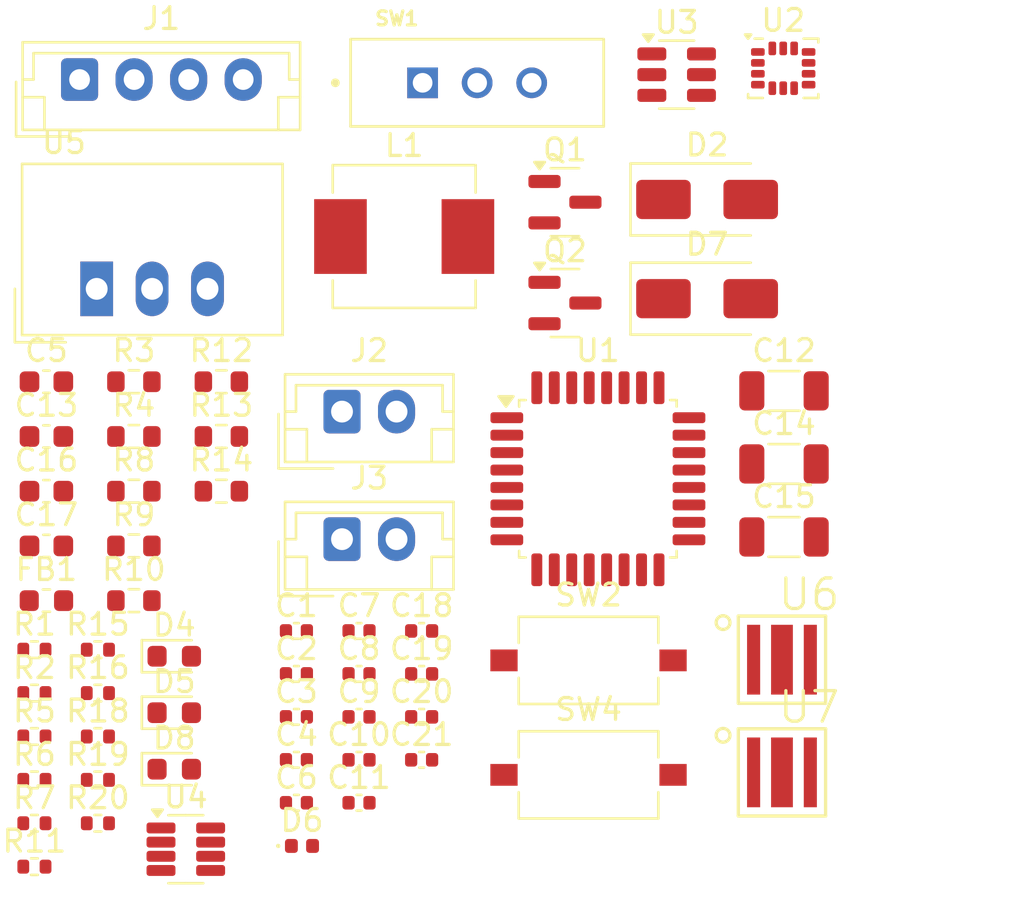
<source format=kicad_pcb>
(kicad_pcb (version 20240108) (generator "pcbnew") (generator_version "8.0")
  (layers (0 "F.Cu" signal) (31 "B.Cu" signal) (34 "B.Paste" user) (35 "F.Paste" user) (36 "B.SilkS" user "B.Silkscreen") (37 "F.SilkS" user "F.Silkscreen") (38 "B.Mask" user) (39 "F.Mask" user) (44 "Edge.Cuts" user))
  (net 0 "")
  (net 1 "GND")
  (net 2 "+3.3V")
  (net 3 "+3.3VA")
  (net 4 "/NRST")
  (net 5 "B+")
  (net 6 "Net-(D7-K)")
  (net 7 "Net-(U3-SW)")
  (net 8 "Net-(U3-BST)")
  (net 9 "+6.5V")
  (net 10 "A2_POWER_BTN_EXTI_2")
  (net 11 "A4_USER_BTN")
  (net 12 "Net-(D2-A)")
  (net 13 "Net-(D4-A)")
  (net 14 "Net-(D5-A)")
  (net 15 "Net-(D6-A)")
  (net 16 "Net-(D6-K)")
  (net 17 "Net-(D7-A)")
  (net 18 "Net-(D8-A)")
  (net 19 "/SYS_SWDIO")
  (net 20 "/SYS_SWCLK")
  (net 21 "Net-(Q1-G)")
  (net 22 "Net-(Q1-S)")
  (net 23 "Net-(Q2-G)")
  (net 24 "Net-(Q2-S)")
  (net 25 "/SW_BOOT0")
  (net 26 "/BOOT0")
  (net 27 "Net-(U4-PROG)")
  (net 28 "A7_STATUS_LED2")
  (net 29 "Net-(R9-Pad2)")
  (net 30 "A0")
  (net 31 "A1")
  (net 32 "Net-(R14-Pad2)")
  (net 33 "A3_STATUS_LED")
  (net 34 "A11_I2C1_CS")
  (net 35 "A9_I2C1_SCL")
  (net 36 "A10_I2C1_SDA")
  (net 40 "A6_LSM6DS3TR_INT2")
  (net 45 "A5_LSM6DS3TR_INT1")
  (footprint "Capacitor_SMD:C_0603_1608Metric" (layer "F.Cu") (at 131.982575 96.08395)
    (property "Reference" "C5" (at 0 -1.43 0) (layer "F.SilkS"))
    (property "Value" "10u")
    (pad "1" smd roundrect (at -0.775 0) (size 0.9 0.95) (layers "F.Cu" "F.Paste" "F.Mask") (net 2 "+3.3V"))
    (pad "2" smd roundrect (at 0.775 0) (size 0.9 0.95) (layers "F.Cu" "F.Paste" "F.Mask") (net 1 "GND"))
  )
  (footprint "Resistor_SMD:R_0603_1608Metric" (layer "F.Cu") (at 135.992575 101.10395)
    (property "Reference" "R8" (at 0 -1.43 0) (layer "F.SilkS"))
    (property "Value" "10k")
    (pad "1" smd roundrect (at -0.825 0) (size 0.8 0.95) (layers "F.Cu" "F.Paste" "F.Mask") (net 21 "Net-(Q1-G)"))
    (pad "2" smd roundrect (at 0.825 0) (size 0.8 0.95) (layers "F.Cu" "F.Paste" "F.Mask") (net 1 "GND"))
  )
  (footprint "Capacitor_SMD:C_1206_3216Metric" (layer "F.Cu") (at 165.792575 96.50395)
    (property "Reference" "C12" (at 0 -1.85 0) (layer "F.SilkS"))
    (property "Value" "22u")
    (pad "1" smd roundrect (at -1.475 0) (size 1.15 1.8) (layers "F.Cu" "F.Paste" "F.Mask") (roundrect_rratio 0.217391) (net 5 "B+"))
    (pad "2" smd roundrect (at 1.475 0) (size 1.15 1.8) (layers "F.Cu" "F.Paste" "F.Mask") (roundrect_rratio 0.217391) (net 1 "GND"))
  )
  (footprint "Capacitor_SMD:C_0402_1005Metric" (layer "F.Cu") (at 149.182575 111.45395)
    (property "Reference" "C20" (at 0 -1.16 0) (layer "F.SilkS"))
    (property "Value" "100n")
    (pad "1" smd roundrect (at -0.48 0) (size 0.56 0.62) (layers "F.Cu" "F.Paste" "F.Mask") (net 1 "GND"))
    (pad "2" smd roundrect (at 0.48 0) (size 0.56 0.62) (layers "F.Cu" "F.Paste" "F.Mask") (net 2 "+3.3V"))
  )
  (footprint "Package_TO_SOT_SMD:SOT-23-8" (layer "F.Cu") (at 138.372575 117.52395)
    (property "Reference" "U4" (at 0 -2.4 0) (layer "F.SilkS"))
    (property "Value" "MCP73831-2-MC")
    (pad "1" smd roundrect (at -1.1375 -0.975) (size 1.325 0.5) (layers "F.Cu" "F.Paste" "F.Mask") (net 6 "Net-(D7-K)"))
    (pad "2" smd roundrect (at -1.1375 -0.325) (size 1.325 0.5) (layers "F.Cu" "F.Paste" "F.Mask") (net 6 "Net-(D7-K)"))
    (pad "3" smd roundrect (at -1.1375 0.325) (size 1.325 0.5) (layers "F.Cu" "F.Paste" "F.Mask") (net 5 "B+"))
    (pad "4" smd roundrect (at -1.1375 0.975) (size 1.325 0.5) (layers "F.Cu" "F.Paste" "F.Mask") (net 5 "B+"))
    (pad "5" smd roundrect (at 1.1375 0.975) (size 1.325 0.5) (layers "F.Cu" "F.Paste" "F.Mask") (net 15 "Net-(D6-A)"))
    (pad "6" smd roundrect (at 1.1375 0.325) (size 1.325 0.5) (layers "F.Cu" "F.Paste" "F.Mask") (net 1 "GND"))
    (pad "7" smd roundrect (at 1.1375 -0.325) (size 1.325 0.5) (layers "F.Cu" "F.Paste" "F.Mask"))
    (pad "8" smd roundrect (at 1.1375 -0.975) (size 1.325 0.5) (layers "F.Cu" "F.Paste" "F.Mask") (net 27 "Net-(U4-PROG)"))
  )
  (footprint "Resistor_SMD:R_0603_1608Metric" (layer "F.Cu") (at 135.992575 98.59395)
    (property "Reference" "R4" (at 0 -1.43 0) (layer "F.SilkS"))
    (property "Value" "100k")
    (pad "1" smd roundrect (at -0.825 0) (size 0.8 0.95) (layers "F.Cu" "F.Paste" "F.Mask") (net 5 "B+"))
    (pad "2" smd roundrect (at 0.825 0) (size 0.8 0.95) (layers "F.Cu" "F.Paste" "F.Mask") (net 1 "GND"))
  )
  (footprint "Capacitor_SMD:C_0402_1005Metric" (layer "F.Cu") (at 143.442575 115.39395)
    (property "Reference" "C6" (at 0 -1.16 0) (layer "F.SilkS"))
    (property "Value" "1u")
    (pad "1" smd roundrect (at -0.48 0) (size 0.56 0.62) (layers "F.Cu" "F.Paste" "F.Mask") (net 3 "+3.3VA"))
    (pad "2" smd roundrect (at 0.48 0) (size 0.56 0.62) (layers "F.Cu" "F.Paste" "F.Mask") (net 1 "GND"))
  )
  (footprint "Package_QFP:LQFP-32_7x7mm_P0.8mm" (layer "F.Cu") (at 157.262575 100.53395)
    (property "Reference" "U1" (at 0 -5.88 0) (layer "F.SilkS"))
    (property "Value" "STM32L031K6Tx")
    (pad "1" smd roundrect (at -4.175 -2.8) (size 1.5 0.5) (layers "F.Cu" "F.Paste" "F.Mask") (net 2 "+3.3V"))
    (pad "2" smd roundrect (at -4.175 -2) (size 1.5 0.5) (layers "F.Cu" "F.Paste" "F.Mask"))
    (pad "3" smd roundrect (at -4.175 -1.2) (size 1.5 0.5) (layers "F.Cu" "F.Paste" "F.Mask"))
    (pad "4" smd roundrect (at -4.175 -0.4) (size 1.5 0.5) (layers "F.Cu" "F.Paste" "F.Mask") (net 4 "/NRST"))
    (pad "5" smd roundrect (at -4.175 0.4) (size 1.5 0.5) (layers "F.Cu" "F.Paste" "F.Mask") (net 3 "+3.3VA"))
    (pad "6" smd roundrect (at -4.175 1.2) (size 1.5 0.5) (layers "F.Cu" "F.Paste" "F.Mask") (net 30 "A0"))
    (pad "7" smd roundrect (at -4.175 2) (size 1.5 0.5) (layers "F.Cu" "F.Paste" "F.Mask") (net 31 "A1"))
    (pad "8" smd roundrect (at -4.175 2.8) (size 1.5 0.5) (layers "F.Cu" "F.Paste" "F.Mask") (net 10 "A2_POWER_BTN_EXTI_2"))
    (pad "9" smd roundrect (at -2.8 4.175) (size 0.5 1.5) (layers "F.Cu" "F.Paste" "F.Mask") (net 33 "A3_STATUS_LED"))
    (pad "10" smd roundrect (at -2 4.175) (size 0.5 1.5) (layers "F.Cu" "F.Paste" "F.Mask") (net 11 "A4_USER_BTN"))
    (pad "11" smd roundrect (at -1.2 4.175) (size 0.5 1.5) (layers "F.Cu" "F.Paste" "F.Mask") (net 45 "A5_LSM6DS3TR_INT1"))
    (pad "12" smd roundrect (at -0.4 4.175) (size 0.5 1.5) (layers "F.Cu" "F.Paste" "F.Mask") (net 40 "A6_LSM6DS3TR_INT2"))
    (pad "13" smd roundrect (at 0.4 4.175) (size 0.5 1.5) (layers "F.Cu" "F.Paste" "F.Mask") (net 28 "A7_STATUS_LED2"))
    (pad "14" smd roundrect (at 1.2 4.175) (size 0.5 1.5) (layers "F.Cu" "F.Paste" "F.Mask"))
    (pad "15" smd roundrect (at 2 4.175) (size 0.5 1.5) (layers "F.Cu" "F.Paste" "F.Mask"))
    (pad "16" smd roundrect (at 2.8 4.175) (size 0.5 1.5) (layers "F.Cu" "F.Paste" "F.Mask") (net 1 "GND"))
    (pad "17" smd roundrect (at 4.175 2.8) (size 1.5 0.5) (layers "F.Cu" "F.Paste" "F.Mask") (net 2 "+3.3V"))
    (pad "18" smd roundrect (at 4.175 2) (size 1.5 0.5) (layers "F.Cu" "F.Paste" "F.Mask"))
    (pad "19" smd roundrect (at 4.175 1.2) (size 1.5 0.5) (layers "F.Cu" "F.Paste" "F.Mask") (net 35 "A9_I2C1_SCL"))
    (pad "20" smd roundrect (at 4.175 0.4) (size 1.5 0.5) (layers "F.Cu" "F.Paste" "F.Mask") (net 36 "A10_I2C1_SDA"))
    (pad "21" smd roundrect (at 4.175 -0.4) (size 1.5 0.5) (layers "F.Cu" "F.Paste" "F.Mask") (net 34 "A11_I2C1_CS"))
    (pad "22" smd roundrect (at 4.175 -1.2) (size 1.5 0.5) (layers "F.Cu" "F.Paste" "F.Mask"))
    (pad "23" smd roundrect (at 4.175 -2) (size 1.5 0.5) (layers "F.Cu" "F.Paste" "F.Mask"))
    (pad "24" smd roundrect (at 4.175 -2.8) (size 1.5 0.5) (layers "F.Cu" "F.Paste" "F.Mask") (net 20 "/SYS_SWCLK"))
    (pad "25" smd roundrect (at 2.8 -4.175) (size 0.5 1.5) (layers "F.Cu" "F.Paste" "F.Mask") (net 19 "/SYS_SWDIO"))
    (pad "26" smd roundrect (at 2 -4.175) (size 0.5 1.5) (layers "F.Cu" "F.Paste" "F.Mask"))
    (pad "27" smd roundrect (at 1.2 -4.175) (size 0.5 1.5) (layers "F.Cu" "F.Paste" "F.Mask"))
    (pad "28" smd roundrect (at 0.4 -4.175) (size 0.5 1.5) (layers "F.Cu" "F.Paste" "F.Mask"))
    (pad "29" smd roundrect (at -0.4 -4.175) (size 0.5 1.5) (layers "F.Cu" "F.Paste" "F.Mask"))
    (pad "30" smd roundrect (at -1.2 -4.175) (size 0.5 1.5) (layers "F.Cu" "F.Paste" "F.Mask"))
    (pad "31" smd roundrect (at -2 -4.175) (size 0.5 1.5) (layers "F.Cu" "F.Paste" "F.Mask") (net 26 "/BOOT0"))
    (pad "32" smd roundrect (at -2.8 -4.175) (size 0.5 1.5) (layers "F.Cu" "F.Paste" "F.Mask") (net 1 "GND"))
  )
  (footprint "Capacitor_SMD:C_0402_1005Metric" (layer "F.Cu") (at 149.182575 107.51395)
    (property "Reference" "C18" (at 0 -1.16 0) (layer "F.SilkS"))
    (property "Value" "100n")
    (pad "1" smd roundrect (at -0.48 0) (size 0.56 0.62) (layers "F.Cu" "F.Paste" "F.Mask") (net 10 "A2_POWER_BTN_EXTI_2"))
    (pad "2" smd roundrect (at 0.48 0) (size 0.56 0.62) (layers "F.Cu" "F.Paste" "F.Mask") (net 1 "GND"))
  )
  (footprint "Capacitor_SMD:C_0402_1005Metric" (layer "F.Cu") (at 143.442575 107.51395)
    (property "Reference" "C1" (at 0 -1.16 0) (layer "F.SilkS"))
    (property "Value" "100n")
    (pad "1" smd roundrect (at -0.48 0) (size 0.56 0.62) (layers "F.Cu" "F.Paste" "F.Mask") (net 2 "+3.3V"))
    (pad "2" smd roundrect (at 0.48 0) (size 0.56 0.62) (layers "F.Cu" "F.Paste" "F.Mask") (net 1 "GND"))
  )
  (footprint "Button_Switch_SMD:SW_Tactile_SPST_NO_Straight_CK_PTS636Sx25SMTRLFS" (layer "F.Cu") (at 156.832575 108.86395)
    (property "Reference" "SW2" (at 0 -3 0) (layer "F.SilkS"))
    (property "Value" "SW_Push")
    (pad "1" smd rect (at -3.875 0) (size 1.25 1) (layers "F.Cu" "F.Paste" "F.Mask") (net 10 "A2_POWER_BTN_EXTI_2"))
    (pad "2" smd rect (at 3.875 0) (size 1.25 1) (layers "F.Cu" "F.Paste" "F.Mask") (net 1 "GND"))
  )
  (footprint "Resistor_SMD:R_0402_1005Metric" (layer "F.Cu") (at 131.432575 116.33395)
    (property "Reference" "R7" (at 0 -1.17 0) (layer "F.SilkS"))
    (property "Value" "10k")
    (pad "1" smd roundrect (at -0.51 0) (size 0.54 0.64) (layers "F.Cu" "F.Paste" "F.Mask") (net 2 "+3.3V"))
    (pad "2" smd roundrect (at 0.51 0) (size 0.54 0.64) (layers "F.Cu" "F.Paste" "F.Mask") (net 10 "A2_POWER_BTN_EXTI_2"))
  )
  (footprint "Capacitor_SMD:C_0402_1005Metric" (layer "F.Cu") (at 146.312575 107.51395)
    (property "Reference" "C7" (at 0 -1.16 0) (layer "F.SilkS"))
    (property "Value" "10n")
    (pad "1" smd roundrect (at -0.48 0) (size 0.56 0.62) (layers "F.Cu" "F.Paste" "F.Mask") (net 3 "+3.3VA"))
    (pad "2" smd roundrect (at 0.48 0) (size 0.56 0.62) (layers "F.Cu" "F.Paste" "F.Mask") (net 1 "GND"))
  )
  (footprint "LED_SMD:LED_0603_1608Metric" (layer "F.Cu") (at 137.842575 113.85395)
    (property "Reference" "D8" (at 0 -1.43 0) (layer "F.SilkS"))
    (property "Value" "LED")
    (pad "1" smd roundrect (at -0.7875 0) (size 0.875 0.95) (layers "F.Cu" "F.Paste" "F.Mask") (net 1 "GND"))
    (pad "2" smd roundrect (at 0.7875 0) (size 0.875 0.95) (layers "F.Cu" "F.Paste" "F.Mask") (net 18 "Net-(D8-A)"))
  )
  (footprint "Diode_SMD:D_SMA" (layer "F.Cu") (at 162.267575 92.27395)
    (property "Reference" "D7" (at 0 -2.5 0) (layer "F.SilkS"))
    (property "Value" "SS14")
    (pad "1" smd roundrect (at -2 0) (size 2.5 1.8) (layers "F.Cu" "F.Paste" "F.Mask") (roundrect_rratio 0.1388888889) (net 6 "Net-(D7-K)"))
    (pad "2" smd roundrect (at 2 0) (size 2.5 1.8) (layers "F.Cu" "F.Paste" "F.Mask") (roundrect_rratio 0.1388888889) (net 17 "Net-(D7-A)"))
  )
  (footprint "Capacitor_SMD:C_0402_1005Metric" (layer "F.Cu") (at 146.312575 115.39395)
    (property "Reference" "C11" (at 0 -1.16 0) (layer "F.SilkS"))
    (property "Value" "4.7u")
    (pad "1" smd roundrect (at -0.48 0) (size 0.56 0.62) (layers "F.Cu" "F.Paste" "F.Mask") (net 6 "Net-(D7-K)"))
    (pad "2" smd roundrect (at 0.48 0) (size 0.56 0.62) (layers "F.Cu" "F.Paste" "F.Mask") (net 1 "GND"))
  )
  (footprint "Connector_JST:JST_EH_B4B-EH-A_1x04_P2.50mm_Vertical" (layer "F.Cu") (at 133.502575 82.22395)
    (property "Reference" "J1" (at 3.75 -2.8 0) (layer "F.SilkS"))
    (property "Value" "Conn_01x04_Pin")
    (pad "1" thru_hole roundrect (at 0 0) (size 1.7 1.95) (drill 0.95) (layers "*.Cu" "*.Mask") (roundrect_rratio 0.147059) (net 2 "+3.3V"))
    (pad "2" thru_hole oval (at 2.5 0) (size 1.7 1.95) (drill 0.95) (layers "*.Cu" "*.Mask") (net 19 "/SYS_SWDIO"))
    (pad "3" thru_hole oval (at 5 0) (size 1.7 1.95) (drill 0.95) (layers "*.Cu" "*.Mask") (net 20 "/SYS_SWCLK"))
    (pad "4" thru_hole oval (at 7.5 0) (size 1.7 1.95) (drill 0.95) (layers "*.Cu" "*.Mask") (net 1 "GND"))
  )
  (footprint "Package_TO_SOT_SMD:SOT-23" (layer "F.Cu") (at 155.752575 92.47395)
    (property "Reference" "Q2" (at 0 -2.4 0) (layer "F.SilkS"))
    (property "Value" "IRLML0030")
    (pad "1" smd roundrect (at -0.9375 -0.95) (size 1.475 0.6) (layers "F.Cu" "F.Paste" "F.Mask") (net 23 "Net-(Q2-G)"))
    (pad "2" smd roundrect (at -0.9375 0.95) (size 1.475 0.6) (layers "F.Cu" "F.Paste" "F.Mask") (net 24 "Net-(Q2-S)"))
    (pad "3" smd roundrect (at 0.9375 0) (size 1.475 0.6) (layers "F.Cu" "F.Paste" "F.Mask") (net 1 "GND"))
  )
  (footprint "Resistor_SMD:R_0603_1608Metric" (layer "F.Cu") (at 135.992575 103.61395)
    (property "Reference" "R9" (at 0 -1.43 0) (layer "F.SilkS"))
    (property "Value" "0.5R")
    (pad "1" smd roundrect (at -0.825 0) (size 0.8 0.95) (layers "F.Cu" "F.Paste" "F.Mask") (net 9 "+6.5V"))
    (pad "2" smd roundrect (at 0.825 0) (size 0.8 0.95) (layers "F.Cu" "F.Paste" "F.Mask") (net 29 "Net-(R9-Pad2)"))
  )
  (footprint "Capacitor_SMD:C_0603_1608Metric" (layer "F.Cu") (at 131.982575 101.10395)
    (property "Reference" "C16" (at 0 -1.43 0) (layer "F.SilkS"))
    (property "Value" "10u")
    (pad "1" smd roundrect (at -0.775 0) (size 0.9 0.95) (layers "F.Cu" "F.Paste" "F.Mask") (net 5 "B+"))
    (pad "2" smd roundrect (at 0.775 0) (size 0.9 0.95) (layers "F.Cu" "F.Paste" "F.Mask") (net 1 "GND"))
  )
  (footprint "Package_LGA:LGA-14_3x2.5mm_P0.5mm_LayoutBorder3x4y" (layer "F.Cu") (at 165.757575 81.70895)
    (property "Reference" "U2" (at 0 -2.2 0) (layer "F.SilkS"))
    (property "Value" "LSM6DS3")
    (pad "1" smd roundrect (at -1.1625 -0.75) (size 0.625 0.35) (layers "F.Cu" "F.Paste" "F.Mask") (net 1 "GND"))
    (pad "2" smd roundrect (at -1.1625 -0.25) (size 0.625 0.35) (layers "F.Cu" "F.Paste" "F.Mask") (net 1 "GND"))
    (pad "3" smd roundrect (at -1.1625 0.25) (size 0.625 0.35) (layers "F.Cu" "F.Paste" "F.Mask") (net 1 "GND"))
    (pad "4" smd roundrect (at -1.1625 0.75) (size 0.625 0.35) (layers "F.Cu" "F.Paste" "F.Mask") (net 45 "A5_LSM6DS3TR_INT1"))
    (pad "5" smd roundrect (at -0.5 0.9125) (size 0.35 0.625) (layers "F.Cu" "F.Paste" "F.Mask") (net 2 "+3.3V"))
    (pad "6" smd roundrect (at 0 0.9125) (size 0.35 0.625) (layers "F.Cu" "F.Paste" "F.Mask") (net 1 "GND"))
    (pad "7" smd roundrect (at 0.5 0.9125) (size 0.35 0.625) (layers "F.Cu" "F.Paste" "F.Mask") (net 1 "GND"))
    (pad "8" smd roundrect (at 1.1625 0.75) (size 0.625 0.35) (layers "F.Cu" "F.Paste" "F.Mask") (net 2 "+3.3V"))
    (pad "9" smd roundrect (at 1.1625 0.25) (size 0.625 0.35) (layers "F.Cu" "F.Paste" "F.Mask") (net 40 "A6_LSM6DS3TR_INT2"))
    (pad "10" smd roundrect (at 1.1625 -0.25) (size 0.625 0.35) (layers "F.Cu" "F.Paste" "F.Mask"))
    (pad "11" smd roundrect (at 1.1625 -0.75) (size 0.625 0.35) (layers "F.Cu" "F.Paste" "F.Mask"))
    (pad "12" smd roundrect (at 0.5 -0.9125) (size 0.35 0.625) (layers "F.Cu" "F.Paste" "F.Mask") (net 34 "A11_I2C1_CS"))
    (pad "13" smd roundrect (at 0 -0.9125) (size 0.35 0.625) (layers "F.Cu" "F.Paste" "F.Mask") (net 35 "A9_I2C1_SCL"))
    (pad "14" smd roundrect (at -0.5 -0.9125) (size 0.35 0.625) (layers "F.Cu" "F.Paste" "F.Mask") (net 36 "A10_I2C1_SDA"))
  )
  (footprint "Package_TO_SOT_SMD:SOT-23" (layer "F.Cu") (at 155.752575 87.84895)
    (property "Reference" "Q1" (at 0 -2.4 0) (layer "F.SilkS"))
    (property "Value" "IRLML0030")
    (pad "1" smd roundrect (at -0.9375 -0.95) (size 1.475 0.6) (layers "F.Cu" "F.Paste" "F.Mask") (net 21 "Net-(Q1-G)"))
    (pad "2" smd roundrect (at -0.9375 0.95) (size 1.475 0.6) (layers "F.Cu" "F.Paste" "F.Mask") (net 22 "Net-(Q1-S)"))
    (pad "3" smd roundrect (at 0.9375 0) (size 1.475 0.6) (layers "F.Cu" "F.Paste" "F.Mask") (net 1 "GND"))
  )
  (footprint "Resistor_SMD:R_0603_1608Metric" (layer "F.Cu") (at 135.992575 96.08395)
    (property "Reference" "R3" (at 0 -1.43 0) (layer "F.SilkS"))
    (property "Value" "100k")
    (pad "1" smd roundrect (at -0.825 0) (size 0.8 0.95) (layers "F.Cu" "F.Paste" "F.Mask") (net 5 "B+"))
    (pad "2" smd roundrect (at 0.825 0) (size 0.8 0.95) (layers "F.Cu" "F.Paste" "F.Mask") (net 5 "B+"))
  )
  (footprint "Button_Switch_SMD:SW_Tactile_SPST_NO_Straight_CK_PTS636Sx25SMTRLFS" (layer "F.Cu") (at 156.832575 114.11395)
    (property "Reference" "SW4" (at 0 -3 0) (layer "F.SilkS"))
    (property "Value" "SW_Push")
    (pad "1" smd rect (at -3.875 0) (size 1.25 1) (layers "F.Cu" "F.Paste" "F.Mask") (net 11 "A4_USER_BTN"))
    (pad "2" smd rect (at 3.875 0) (size 1.25 1) (layers "F.Cu" "F.Paste" "F.Mask") (net 1 "GND"))
  )
  (footprint "Capacitor_SMD:C_0402_1005Metric" (layer "F.Cu") (at 149.182575 109.48395)
    (property "Reference" "C19" (at 0 -1.16 0) (layer "F.SilkS"))
    (property "Value" "100n")
    (pad "1" smd roundrect (at -0.48 0) (size 0.56 0.62) (layers "F.Cu" "F.Paste" "F.Mask") (net 11 "A4_USER_BTN"))
    (pad "2" smd roundrect (at 0.48 0) (size 0.56 0.62) (layers "F.Cu" "F.Paste" "F.Mask") (net 1 "GND"))
  )
  (footprint "Capacitor_SMD:C_0603_1608Metric" (layer "F.Cu") (at 131.982575 98.59395)
    (property "Reference" "C13" (at 0 -1.43 0) (layer "F.SilkS"))
    (property "Value" "0.1u")
    (pad "1" smd roundrect (at -0.775 0) (size 0.9 0.95) (layers "F.Cu" "F.Paste" "F.Mask") (net 8 "Net-(U3-BST)"))
    (pad "2" smd roundrect (at 0.775 0) (size 0.9 0.95) (layers "F.Cu" "F.Paste" "F.Mask") (net 7 "Net-(U3-SW)"))
  )
  (footprint "Capacitor_SMD:C_1206_3216Metric" (layer "F.Cu") (at 165.792575 99.85395)
    (property "Reference" "C14" (at 0 -1.85 0) (layer "F.SilkS"))
    (property "Value" "22u")
    (pad "1" smd roundrect (at -1.475 0) (size 1.15 1.8) (layers "F.Cu" "F.Paste" "F.Mask") (roundrect_rratio 0.217391) (net 2 "+3.3V"))
    (pad "2" smd roundrect (at 1.475 0) (size 1.15 1.8) (layers "F.Cu" "F.Paste" "F.Mask") (roundrect_rratio 0.217391) (net 1 "GND"))
  )
  (footprint "Resistor_SMD:R_0402_1005Metric" (layer "F.Cu") (at 134.342575 110.36395)
    (property "Reference" "R16" (at 0 -1.17 0) (layer "F.SilkS"))
    (property "Value" "1k")
    (pad "1" smd roundrect (at -0.51 0) (size 0.54 0.64) (layers "F.Cu" "F.Paste" "F.Mask") (net 33 "A3_STATUS_LED"))
    (pad "2" smd roundrect (at 0.51 0) (size 0.54 0.64) (layers "F.Cu" "F.Paste" "F.Mask") (net 14 "Net-(D5-A)"))
  )
  (footprint "Capacitor_SMD:C_0402_1005Metric" (layer "F.Cu") (at 146.312575 113.42395)
    (property "Reference" "C10" (at 0 -1.16 0) (layer "F.SilkS"))
    (property "Value" "10µ")
    (pad "1" smd roundrect (at -0.48 0) (size 0.56 0.62) (layers "F.Cu" "F.Paste" "F.Mask") (net 5 "B+"))
    (pad "2" smd roundrect (at 0.48 0) (size 0.56 0.62) (layers "F.Cu" "F.Paste" "F.Mask") (net 1 "GND"))
  )
  (footprint "Capacitor_SMD:C_1206_3216Metric" (layer "F.Cu") (at 165.792575 103.20395)
    (property "Reference" "C15" (at 0 -1.85 0) (layer "F.SilkS"))
    (property "Value" "22u")
    (pad "1" smd roundrect (at -1.475 0) (size 1.15 1.8) (layers "F.Cu" "F.Paste" "F.Mask") (roundrect_rratio 0.217391) (net 2 "+3.3V"))
    (pad "2" smd roundrect (at 1.475 0) (size 1.15 1.8) (layers "F.Cu" "F.Paste" "F.Mask") (roundrect_rratio 0.217391) (net 1 "GND"))
  )
  (footprint "Resistor_SMD:R_0402_1005Metric" (layer "F.Cu") (at 134.342575 112.35395)
    (property "Reference" "R18" (at 0 -1.17 0) (layer "F.SilkS"))
    (property "Value" "4.7k")
    (pad "1" smd roundrect (at -0.51 0) (size 0.54 0.64) (layers "F.Cu" "F.Paste" "F.Mask") (net 34 "A11_I2C1_CS"))
    (pad "2" smd roundrect (at 0.51 0) (size 0.54 0.64) (layers "F.Cu" "F.Paste" "F.Mask") (net 2 "+3.3V"))
  )
  (footprint "Inductor_SMD:L_0603_1608Metric" (layer "F.Cu") (at 131.982575 106.12395)
    (property "Reference" "FB1" (at 0 -1.43 0) (layer "F.SilkS"))
    (property "Value" "120R")
    (pad "1" smd roundrect (at -0.7875 0) (size 0.875 0.95) (layers "F.Cu" "F.Paste" "F.Mask") (net 3 "+3.3VA"))
    (pad "2" smd roundrect (at 0.7875 0) (size 0.875 0.95) (layers "F.Cu" "F.Paste" "F.Mask") (net 2 "+3.3V"))
  )
  (footprint "Resistor_SMD:R_0603_1608Metric" (layer "F.Cu") (at 140.002575 101.10395)
    (property "Reference" "R14" (at 0 -1.43 0) (layer "F.SilkS"))
    (property "Value" "0.5R")
    (pad "1" smd roundrect (at -0.825 0) (size 0.8 0.95) (layers "F.Cu" "F.Paste" "F.Mask") (net 9 "+6.5V"))
    (pad "2" smd roundrect (at 0.825 0) (size 0.8 0.95) (layers "F.Cu" "F.Paste" "F.Mask") (net 32 "Net-(R14-Pad2)"))
  )
  (footprint "Resistor_SMD:R_0402_1005Metric" (layer "F.Cu") (at 131.432575 112.35395)
    (property "Reference" "R5" (at 0 -1.17 0) (layer "F.SilkS"))
    (property "Value" "1k")
    (pad "1" smd roundrect (at -0.51 0) (size 0.54 0.64) (layers "F.Cu" "F.Paste" "F.Mask") (net 16 "Net-(D6-K)"))
    (pad "2" smd roundrect (at 0.51 0) (size 0.54 0.64) (layers "F.Cu" "F.Paste" "F.Mask") (net 1 "GND"))
  )
  (footprint "Inductor_SMD:L_Vishay_IHLP-2525" (layer "F.Cu") (at 148.382575 89.42395)
    (property "Reference" "L1" (at 0 -4.175 0) (layer "F.SilkS"))
    (property "Value" "4.7u")
    (pad "1" smd rect (at -2.921 0) (size 2.413 3.429) (layers "F.Cu" "F.Paste" "F.Mask") (net 7 "Net-(U3-SW)"))
    (pad "2" smd rect (at 2.921 0) (size 2.413 3.429) (layers "F.Cu" "F.Paste" "F.Mask") (net 2 "+3.3V"))
  )
  (footprint "Diode_SMD:D_SMA" (layer "F.Cu") (at 162.267575 87.72395)
    (property "Reference" "D2" (at 0 -2.5 0) (layer "F.SilkS"))
    (property "Value" "SS14")
    (pad "1" smd roundrect (at -2 0) (size 2.5 1.8) (layers "F.Cu" "F.Paste" "F.Mask") (roundrect_rratio 0.1388888889) (net 5 "B+"))
    (pad "2" smd roundrect (at 2 0) (size 2.5 1.8) (layers "F.Cu" "F.Paste" "F.Mask") (roundrect_rratio 0.1388888889) (net 12 "Net-(D2-A)"))
  )
  (footprint "Connector_JST:JST_EH_B2B-EH-A_1x02_P2.50mm_Vertical" (layer "F.Cu") (at 145.532575 103.30395)
    (property "Reference" "J3" (at 1.25 -2.8 0) (layer "F.SilkS"))
    (property "Value" "Conn_01x02_Pin")
    (pad "1" thru_hole roundrect (at 0 0) (size 1.7 2) (drill 1) (layers "*.Cu" "*.Mask") (roundrect_rratio 0.147059) (net 17 "Net-(D7-A)"))
    (pad "2" thru_hole oval (at 2.5 0) (size 1.7 2) (drill 1) (layers "*.Cu" "*.Mask") (net 1 "GND"))
  )
  (footprint "LED_SMD:LED_0603_1608Metric" (layer "F.Cu") (at 137.842575 111.26395)
    (property "Reference" "D5" (at 0 -1.43 0) (layer "F.SilkS"))
    (property "Value" "LED")
    (pad "1" smd roundrect (at -0.7875 0) (size 0.875 0.95) (layers "F.Cu" "F.Paste" "F.Mask") (net 1 "GND"))
    (pad "2" smd roundrect (at 0.7875 0) (size 0.875 0.95) (layers "F.Cu" "F.Paste" "F.Mask") (net 14 "Net-(D5-A)"))
  )
  (footprint "Resistor_SMD:R_0603_1608Metric" (layer "F.Cu") (at 140.002575 98.59395)
    (property "Reference" "R13" (at 0 -1.43 0) (layer "F.SilkS"))
    (property "Value" "10k")
    (pad "1" smd roundrect (at -0.825 0) (size 0.8 0.95) (layers "F.Cu" "F.Paste" "F.Mask") (net 23 "Net-(Q2-G)"))
    (pad "2" smd roundrect (at 0.825 0) (size 0.8 0.95) (layers "F.Cu" "F.Paste" "F.Mask") (net 1 "GND"))
  )
  (footprint "Package_TO_SOT_SMD:TSOT-23-6" (layer "F.Cu") (at 160.872575 81.99895)
    (property "Reference" "U3" (at 0 -2.4 0) (layer "F.SilkS"))
    (property "Value" "AP63203WU")
    (pad "1" smd roundrect (at -1.1375 -0.95) (size 1.325 0.6) (layers "F.Cu" "F.Paste" "F.Mask") (net 2 "+3.3V"))
    (pad "2" smd roundrect (at -1.1375 0) (size 1.325 0.6) (layers "F.Cu" "F.Paste" "F.Mask") (net 5 "B+"))
    (pad "3" smd roundrect (at -1.1375 0.95) (size 1.325 0.6) (layers "F.Cu" "F.Paste" "F.Mask") (net 5 "B+"))
    (pad "4" smd roundrect (at 1.1375 0.95) (size 1.325 0.6) (layers "F.Cu" "F.Paste" "F.Mask") (net 1 "GND"))
    (pad "5" smd roundrect (at 1.1375 0) (size 1.325 0.6) (layers "F.Cu" "F.Paste" "F.Mask") (net 7 "Net-(U3-SW)"))
    (pad "6" smd roundrect (at 1.1375 -0.95) (size 1.325 0.6) (layers "F.Cu" "F.Paste" "F.Mask") (net 8 "Net-(U3-BST)"))
  )
  (footprint "Capacitor_SMD:C_0402_1005Metric" (layer "F.Cu") (at 143.442575 109.48395)
    (property "Reference" "C2" (at 0 -1.16 0) (layer "F.SilkS"))
    (property "Value" "100n")
    (pad "1" smd roundrect (at -0.48 0) (size 0.56 0.62) (layers "F.Cu" "F.Paste" "F.Mask") (net 2 "+3.3V"))
    (pad "2" smd roundrect (at 0.48 0) (size 0.56 0.62) (layers "F.Cu" "F.Paste" "F.Mask") (net 1 "GND"))
  )
  (footprint "SPDT:SW_MINI-SPDT-SW" (layer "F.Cu") (at 151.727575 82.37395)
    (property "Reference" "SW1" (at -3.683 -2.9464 0) (layer "F.SilkS") (effects (font (size 0.64 0.64))))
    (property "Value" "SW_SPDT")
    (pad "1" thru_hole rect (at -2.5 0) (size 1.408 1.408) (drill 0.9) (layers "*.Cu" "*.Mask") (net 2 "+3.3V"))
    (pad "2" thru_hole circle (at 0 0) (size 1.408 1.408) (drill 0.9) (layers "*.Cu" "*.Mask") (net 25 "/SW_BOOT0"))
    (pad "3" thru_hole circle (at 2.5 0) (size 1.408 1.408) (drill 0.9) (layers "*.Cu" "*.Mask") (net 1 "GND"))
  )
  (footprint "Converter_DCDC:Converter_DCDC_TRACO_TSR-1_THT" (layer "F.Cu") (at 134.287575 91.82395)
    (property "Reference" "U5" (at -1.5 -6.71 0) (layer "F.SilkS"))
    (property "Value" "TSR_1-2465")
    (pad "1" thru_hole rect (at 0 0) (size 1.5 2.5) (drill 1) (layers "*.Cu" "*.Mask") (net 5 "B+"))
    (pad "2" thru_hole oval (at 2.54 0) (size 1.5 2.5) (drill 1) (layers "*.Cu" "*.Mask") (net 1 "GND"))
    (pad "3" thru_hole oval (at 5.08 0) (size 1.5 2.5) (drill 1) (layers "*.Cu" "*.Mask") (net 9 "+6.5V"))
  )
  (footprint "Capacitor_SMD:C_0402_1005Metric" (layer "F.Cu") (at 143.442575 113.42395)
    (property "Reference" "C4" (at 0 -1.16 0) (layer "F.SilkS"))
    (property "Value" "100n")
    (pad "1" smd roundrect (at -0.48 0) (size 0.56 0.62) (layers "F.Cu" "F.Paste" "F.Mask") (net 2 "+3.3V"))
    (pad "2" smd roundrect (at 0.48 0) (size 0.56 0.62) (layers "F.Cu" "F.Paste" "F.Mask") (net 1 "GND"))
  )
  (footprint "Capacitor_SMD:C_0603_1608Metric" (layer "F.Cu") (at 131.982575 103.61395)
    (property "Reference" "C17" (at 0 -1.43 0) (layer "F.SilkS"))
    (property "Value" "10u")
    (pad "1" smd roundrect (at -0.775 0) (size 0.9 0.95) (layers "F.Cu" "F.Paste" "F.Mask") (net 9 "+6.5V"))
    (pad "2" smd roundrect (at 0.775 0) (size 0.9 0.95) (layers "F.Cu" "F.Paste" "F.Mask") (net 1 "GND"))
  )
  (footprint "Resistor_SMD:R_0402_1005Metric" (layer "F.Cu") (at 131.432575 118.32395)
    (property "Reference" "R11" (at 0 -1.17 0) (layer "F.SilkS"))
    (property "Value" "10k")
    (pad "1" smd roundrect (at -0.51 0) (size 0.54 0.64) (layers "F.Cu" "F.Paste" "F.Mask") (net 2 "+3.3V"))
    (pad "2" smd roundrect (at 0.51 0) (size 0.54 0.64) (layers "F.Cu" "F.Paste" "F.Mask") (net 11 "A4_USER_BTN"))
  )
  (footprint "LED_SMD:LED_0402_1005Metric" (layer "F.Cu") (at 143.697575 117.37395)
    (property "Reference" "D6" (at 0 -1.17 0) (layer "F.SilkS"))
    (property "Value" "LED")
    (pad "1" smd roundrect (at -0.485 0) (size 0.59 0.64) (layers "F.Cu" "F.Paste" "F.Mask") (net 16 "Net-(D6-K)"))
    (pad "2" smd roundrect (at 0.485 0) (size 0.59 0.64) (layers "F.Cu" "F.Paste" "F.Mask") (net 15 "Net-(D6-A)"))
  )
  (footprint "Resistor_SMD:R_0402_1005Metric" (layer "F.Cu") (at 134.342575 114.34395)
    (property "Reference" "R19" (at 0 -1.17 0) (layer "F.SilkS"))
    (property "Value" "4.7k")
    (pad "1" smd roundrect (at -0.51 0) (size 0.54 0.64) (layers "F.Cu" "F.Paste" "F.Mask") (net 35 "A9_I2C1_SCL"))
    (pad "2" smd roundrect (at 0.51 0) (size 0.54 0.64) (layers "F.Cu" "F.Paste" "F.Mask") (net 2 "+3.3V"))
  )
  (footprint "Resistor_SMD:R_0402_1005Metric" (layer "F.Cu") (at 131.432575 110.36395)
    (property "Reference" "R2" (at 0 -1.17 0) (layer "F.SilkS"))
    (property "Value" "2k")
    (pad "1" smd roundrect (at -0.51 0) (size 0.54 0.64) (layers "F.Cu" "F.Paste" "F.Mask") (net 27 "Net-(U4-PROG)"))
    (pad "2" smd roundrect (at 0.51 0) (size 0.54 0.64) (layers "F.Cu" "F.Paste" "F.Mask") (net 1 "GND"))
  )
  (footprint "Resistor_SMD:R_0402_1005Metric" (layer "F.Cu") (at 134.342575 116.33395)
    (property "Reference" "R20" (at 0 -1.17 0) (layer "F.SilkS"))
    (property "Value" "4.7k")
    (pad "1" smd roundrect (at -0.51 0) (size 0.54 0.64) (layers "F.Cu" "F.Paste" "F.Mask") (net 36 "A10_I2C1_SDA"))
    (pad "2" smd roundrect (at 0.51 0) (size 0.54 0.64) (layers "F.Cu" "F.Paste" "F.Mask") (net 2 "+3.3V"))
  )
  (footprint "Connector_JST:JST_EH_B2B-EH-A_1x02_P2.50mm_Vertical" (layer "F.Cu") (at 145.532575 97.45395)
    (property "Reference" "J2" (at 1.25 -2.8 0) (layer "F.SilkS"))
    (property "Value" "Conn_01x02_Pin")
    (pad "1" thru_hole roundrect (at 0 0) (size 1.7 2) (drill 1) (layers "*.Cu" "*.Mask") (roundrect_rratio 0.147059) (net 12 "Net-(D2-A)"))
    (pad "2" thru_hole oval (at 2.5 0) (size 1.7 2) (drill 1) (layers "*.Cu" "*.Mask") (net 1 "GND"))
  )
  (footprint "UVCLibrary:3535" (layer "F.Cu") (at 165.7 114)
    (property "Reference" "U7" (at 1.245 -2.989 0) (layer "F.SilkS") (effects (font (size 1.4 1.4))))
    (property "Value" "KL265-50W-SM-WD")
    (pad "+" smd rect (at 1.3 0) (size 0.6 3.2) (layers "F.Cu" "F.Paste" "F.Mask") (net 32 "Net-(R14-Pad2)"))
    (pad "-" smd rect (at -1.3 0) (size 0.6 3.2) (layers "F.Cu" "F.Paste" "F.Mask") (net 24 "Net-(Q2-S)"))
    (pad "THERM" smd rect (at 0 0) (size 1 3.2) (layers "F.Cu" "F.Paste" "F.Mask"))
  )
  (footprint "Capacitor_SMD:C_0402_1005Metric" (layer "F.Cu") (at 149.182575 113.42395)
    (property "Reference" "C21" (at 0 -1.16 0) (layer "F.SilkS"))
    (property "Value" "100n")
    (pad "1" smd roundrect (at -0.48 0) (size 0.56 0.62) (layers "F.Cu" "F.Paste" "F.Mask") (net 2 "+3.3V"))
    (pad "2" smd roundrect (at 0.48 0) (size 0.56 0.62) (layers "F.Cu" "F.Paste" "F.Mask") (net 1 "GND"))
  )
  (footprint "Resistor_SMD:R_0402_1005Metric" (layer "F.Cu") (at 131.432575 108.37395)
    (property "Reference" "R1" (at 0 -1.17 0) (layer "F.SilkS"))
    (property "Value" "10k")
    (pad "1" smd roundrect (at -0.51 0) (size 0.54 0.64) (layers "F.Cu" "F.Paste" "F.Mask") (net 25 "/SW_BOOT0"))
    (pad "2" smd roundrect (at 0.51 0) (size 0.54 0.64) (layers "F.Cu" "F.Paste" "F.Mask") (net 26 "/BOOT0"))
  )
  (footprint "Capacitor_SMD:C_0402_1005Metric" (layer "F.Cu") (at 143.442575 111.45395)
    (property "Reference" "C3" (at 0 -1.16 0) (layer "F.SilkS"))
    (property "Value" "100n")
    (pad "1" smd roundrect (at -0.48 0) (size 0.56 0.62) (layers "F.Cu" "F.Paste" "F.Mask") (net 2 "+3.3V"))
    (pad "2" smd roundrect (at 0.48 0) (size 0.56 0.62) (layers "F.Cu" "F.Paste" "F.Mask") (net 1 "GND"))
  )
  (footprint "Capacitor_SMD:C_0402_1005Metric" (layer "F.Cu") (at 146.312575 111.45395)
    (property "Reference" "C9" (at 0 -1.16 0) (layer "F.SilkS"))
    (property "Value" "100n")
    (pad "1" smd roundrect (at -0.48 0) (size 0.56 0.62) (layers "F.Cu" "F.Paste" "F.Mask") (net 4 "/NRST"))
    (pad "2" smd roundrect (at 0.48 0) (size 0.56 0.62) (layers "F.Cu" "F.Paste" "F.Mask") (net 1 "GND"))
  )
  (footprint "UVCLibrary:3535" (layer "F.Cu") (at 165.7 108.831375)
    (property "Reference" "U6" (at 1.245 -2.989 0) (layer "F.SilkS") (effects (font (size 1.4 1.4))))
    (property "Value" "KL265-50W-SM-WD")
    (pad "+" smd rect (at 1.3 0) (size 0.6 3.2) (layers "F.Cu" "F.Paste" "F.Mask") (net 29 "Net-(R9-Pad2)"))
    (pad "-" smd rect (at -1.3 0) (size 0.6 3.2) (layers "F.Cu" "F.Paste" "F.Mask") (net 22 "Net-(Q1-S)"))
    (pad "THERM" smd rect (at 0 0) (size 1 3.2) (layers "F.Cu" "F.Paste" "F.Mask"))
  )
  (footprint "Capacitor_SMD:C_0402_1005Metric" (layer "F.Cu") (at 146.312575 109.48395)
    (property "Reference" "C8" (at 0 -1.16 0) (layer "F.SilkS"))
    (property "Value" "1u")
    (pad "1" smd roundrect (at -0.48 0) (size 0.56 0.62) (layers "F.Cu" "F.Paste" "F.Mask") (net 2 "+3.3V"))
    (pad "2" smd roundrect (at 0.48 0) (size 0.56 0.62) (layers "F.Cu" "F.Paste" "F.Mask") (net 1 "GND"))
  )
  (footprint "Resistor_SMD:R_0603_1608Metric" (layer "F.Cu") (at 135.992575 106.12395)
    (property "Reference" "R10" (at 0 -1.43 0) (layer "F.SilkS"))
    (property "Value" "100R")
    (pad "1" smd roundrect (at -0.825 0) (size 0.8 0.95) (layers "F.Cu" "F.Paste" "F.Mask") (net 30 "A0"))
    (pad "2" smd roundrect (at 0.825 0) (size 0.8 0.95) (layers "F.Cu" "F.Paste" "F.Mask") (net 21 "Net-(Q1-G)"))
  )
  (footprint "Resistor_SMD:R_0402_1005Metric" (layer "F.Cu") (at 131.432575 114.34395)
    (property "Reference" "R6" (at 0 -1.17 0) (layer "F.SilkS"))
    (property "Value" "1k")
    (pad "1" smd roundrect (at -0.51 0) (size 0.54 0.64) (layers "F.Cu" "F.Paste" "F.Mask") (net 28 "A7_STATUS_LED2"))
    (pad "2" smd roundrect (at 0.51 0) (size 0.54 0.64) (layers "F.Cu" "F.Paste" "F.Mask") (net 18 "Net-(D8-A)"))
  )
  (footprint "LED_SMD:LED_0603_1608Metric" (layer "F.Cu") (at 137.842575 108.67395)
    (property "Reference" "D4" (at 0 -1.43 0) (layer "F.SilkS"))
    (property "Value" "LED")
    (pad "1" smd roundrect (at -0.7875 0) (size 0.875 0.95) (layers "F.Cu" "F.Paste" "F.Mask") (net 1 "GND"))
    (pad "2" smd roundrect (at 0.7875 0) (size 0.875 0.95) (layers "F.Cu" "F.Paste" "F.Mask") (net 13 "Net-(D4-A)"))
  )
  (footprint "Resistor_SMD:R_0603_1608Metric" (layer "F.Cu") (at 140.002575 96.08395)
    (property "Reference" "R12" (at 0 -1.43 0) (layer "F.SilkS"))
    (property "Value" "100R")
    (pad "1" smd roundrect (at -0.825 0) (size 0.8 0.95) (layers "F.Cu" "F.Paste" "F.Mask") (net 31 "A1"))
    (pad "2" smd roundrect (at 0.825 0) (size 0.8 0.95) (layers "F.Cu" "F.Paste" "F.Mask") (net 23 "Net-(Q2-G)"))
  )
  (footprint "Resistor_SMD:R_0402_1005Metric" (layer "F.Cu") (at 134.342575 108.37395)
    (property "Reference" "R15" (at 0 -1.17 0) (layer "F.SilkS"))
    (property "Value" "1k")
    (pad "1" smd roundrect (at -0.51 0) (size 0.54 0.64) (layers "F.Cu" "F.Paste" "F.Mask") (net 2 "+3.3V"))
    (pad "2" smd roundrect (at 0.51 0) (size 0.54 0.64) (layers "F.Cu" "F.Paste" "F.Mask") (net 13 "Net-(D4-A)"))
  )
)
</source>
